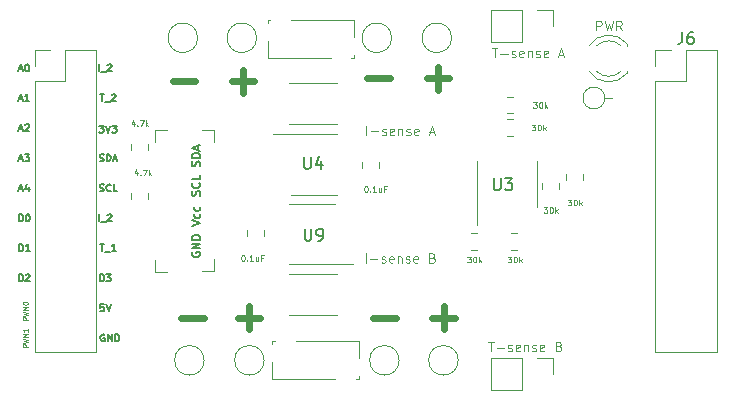
<source format=gbr>
%TF.GenerationSoftware,KiCad,Pcbnew,(5.1.6)-1*%
%TF.CreationDate,2020-06-16T01:11:06+01:00*%
%TF.ProjectId,peltier_driver_pcb,70656c74-6965-4725-9f64-72697665725f,rev?*%
%TF.SameCoordinates,Original*%
%TF.FileFunction,Legend,Top*%
%TF.FilePolarity,Positive*%
%FSLAX46Y46*%
G04 Gerber Fmt 4.6, Leading zero omitted, Abs format (unit mm)*
G04 Created by KiCad (PCBNEW (5.1.6)-1) date 2020-06-16 01:11:06*
%MOMM*%
%LPD*%
G01*
G04 APERTURE LIST*
%ADD10C,0.100000*%
%ADD11C,0.150000*%
%ADD12C,0.125000*%
%ADD13C,0.600000*%
%ADD14C,0.120000*%
G04 APERTURE END LIST*
D10*
X108037952Y-82418380D02*
X107637952Y-82418380D01*
X107637952Y-82266000D01*
X107657000Y-82227904D01*
X107676047Y-82208857D01*
X107714142Y-82189809D01*
X107771285Y-82189809D01*
X107809380Y-82208857D01*
X107828428Y-82227904D01*
X107847476Y-82266000D01*
X107847476Y-82418380D01*
X107637952Y-82056476D02*
X108037952Y-81961238D01*
X107752238Y-81885047D01*
X108037952Y-81808857D01*
X107637952Y-81713619D01*
X108037952Y-81561238D02*
X107637952Y-81561238D01*
X107923666Y-81427904D01*
X107637952Y-81294571D01*
X108037952Y-81294571D01*
X108037952Y-80894571D02*
X108037952Y-81123142D01*
X108037952Y-81008857D02*
X107637952Y-81008857D01*
X107695095Y-81046952D01*
X107733190Y-81085047D01*
X107752238Y-81123142D01*
D11*
X107287142Y-71777428D02*
X107287142Y-71177428D01*
X107430000Y-71177428D01*
X107515714Y-71206000D01*
X107572857Y-71263142D01*
X107601428Y-71320285D01*
X107630000Y-71434571D01*
X107630000Y-71520285D01*
X107601428Y-71634571D01*
X107572857Y-71691714D01*
X107515714Y-71748857D01*
X107430000Y-71777428D01*
X107287142Y-71777428D01*
X108001428Y-71177428D02*
X108058571Y-71177428D01*
X108115714Y-71206000D01*
X108144285Y-71234571D01*
X108172857Y-71291714D01*
X108201428Y-71406000D01*
X108201428Y-71548857D01*
X108172857Y-71663142D01*
X108144285Y-71720285D01*
X108115714Y-71748857D01*
X108058571Y-71777428D01*
X108001428Y-71777428D01*
X107944285Y-71748857D01*
X107915714Y-71720285D01*
X107887142Y-71663142D01*
X107858571Y-71548857D01*
X107858571Y-71406000D01*
X107887142Y-71291714D01*
X107915714Y-71234571D01*
X107944285Y-71206000D01*
X108001428Y-71177428D01*
X107287142Y-74317428D02*
X107287142Y-73717428D01*
X107430000Y-73717428D01*
X107515714Y-73746000D01*
X107572857Y-73803142D01*
X107601428Y-73860285D01*
X107630000Y-73974571D01*
X107630000Y-74060285D01*
X107601428Y-74174571D01*
X107572857Y-74231714D01*
X107515714Y-74288857D01*
X107430000Y-74317428D01*
X107287142Y-74317428D01*
X108201428Y-74317428D02*
X107858571Y-74317428D01*
X108030000Y-74317428D02*
X108030000Y-73717428D01*
X107972857Y-73803142D01*
X107915714Y-73860285D01*
X107858571Y-73888857D01*
X107287142Y-76857428D02*
X107287142Y-76257428D01*
X107430000Y-76257428D01*
X107515714Y-76286000D01*
X107572857Y-76343142D01*
X107601428Y-76400285D01*
X107630000Y-76514571D01*
X107630000Y-76600285D01*
X107601428Y-76714571D01*
X107572857Y-76771714D01*
X107515714Y-76828857D01*
X107430000Y-76857428D01*
X107287142Y-76857428D01*
X107858571Y-76314571D02*
X107887142Y-76286000D01*
X107944285Y-76257428D01*
X108087142Y-76257428D01*
X108144285Y-76286000D01*
X108172857Y-76314571D01*
X108201428Y-76371714D01*
X108201428Y-76428857D01*
X108172857Y-76514571D01*
X107830000Y-76857428D01*
X108201428Y-76857428D01*
X114145142Y-76857428D02*
X114145142Y-76257428D01*
X114288000Y-76257428D01*
X114373714Y-76286000D01*
X114430857Y-76343142D01*
X114459428Y-76400285D01*
X114488000Y-76514571D01*
X114488000Y-76600285D01*
X114459428Y-76714571D01*
X114430857Y-76771714D01*
X114373714Y-76828857D01*
X114288000Y-76857428D01*
X114145142Y-76857428D01*
X114688000Y-76257428D02*
X115059428Y-76257428D01*
X114859428Y-76486000D01*
X114945142Y-76486000D01*
X115002285Y-76514571D01*
X115030857Y-76543142D01*
X115059428Y-76600285D01*
X115059428Y-76743142D01*
X115030857Y-76800285D01*
X115002285Y-76828857D01*
X114945142Y-76857428D01*
X114773714Y-76857428D01*
X114716571Y-76828857D01*
X114688000Y-76800285D01*
X107301428Y-58906000D02*
X107587142Y-58906000D01*
X107244285Y-59077428D02*
X107444285Y-58477428D01*
X107644285Y-59077428D01*
X107958571Y-58477428D02*
X108015714Y-58477428D01*
X108072857Y-58506000D01*
X108101428Y-58534571D01*
X108130000Y-58591714D01*
X108158571Y-58706000D01*
X108158571Y-58848857D01*
X108130000Y-58963142D01*
X108101428Y-59020285D01*
X108072857Y-59048857D01*
X108015714Y-59077428D01*
X107958571Y-59077428D01*
X107901428Y-59048857D01*
X107872857Y-59020285D01*
X107844285Y-58963142D01*
X107815714Y-58848857D01*
X107815714Y-58706000D01*
X107844285Y-58591714D01*
X107872857Y-58534571D01*
X107901428Y-58506000D01*
X107958571Y-58477428D01*
X107301428Y-61446000D02*
X107587142Y-61446000D01*
X107244285Y-61617428D02*
X107444285Y-61017428D01*
X107644285Y-61617428D01*
X108158571Y-61617428D02*
X107815714Y-61617428D01*
X107987142Y-61617428D02*
X107987142Y-61017428D01*
X107930000Y-61103142D01*
X107872857Y-61160285D01*
X107815714Y-61188857D01*
X107301428Y-63986000D02*
X107587142Y-63986000D01*
X107244285Y-64157428D02*
X107444285Y-63557428D01*
X107644285Y-64157428D01*
X107815714Y-63614571D02*
X107844285Y-63586000D01*
X107901428Y-63557428D01*
X108044285Y-63557428D01*
X108101428Y-63586000D01*
X108130000Y-63614571D01*
X108158571Y-63671714D01*
X108158571Y-63728857D01*
X108130000Y-63814571D01*
X107787142Y-64157428D01*
X108158571Y-64157428D01*
X107301428Y-66526000D02*
X107587142Y-66526000D01*
X107244285Y-66697428D02*
X107444285Y-66097428D01*
X107644285Y-66697428D01*
X107787142Y-66097428D02*
X108158571Y-66097428D01*
X107958571Y-66326000D01*
X108044285Y-66326000D01*
X108101428Y-66354571D01*
X108130000Y-66383142D01*
X108158571Y-66440285D01*
X108158571Y-66583142D01*
X108130000Y-66640285D01*
X108101428Y-66668857D01*
X108044285Y-66697428D01*
X107872857Y-66697428D01*
X107815714Y-66668857D01*
X107787142Y-66640285D01*
D10*
X108037952Y-80132380D02*
X107637952Y-80132380D01*
X107637952Y-79980000D01*
X107657000Y-79941904D01*
X107676047Y-79922857D01*
X107714142Y-79903809D01*
X107771285Y-79903809D01*
X107809380Y-79922857D01*
X107828428Y-79941904D01*
X107847476Y-79980000D01*
X107847476Y-80132380D01*
X107637952Y-79770476D02*
X108037952Y-79675238D01*
X107752238Y-79599047D01*
X108037952Y-79522857D01*
X107637952Y-79427619D01*
X108037952Y-79275238D02*
X107637952Y-79275238D01*
X107923666Y-79141904D01*
X107637952Y-79008571D01*
X108037952Y-79008571D01*
X107637952Y-78741904D02*
X107637952Y-78703809D01*
X107657000Y-78665714D01*
X107676047Y-78646666D01*
X107714142Y-78627619D01*
X107790333Y-78608571D01*
X107885571Y-78608571D01*
X107961761Y-78627619D01*
X107999857Y-78646666D01*
X108018904Y-78665714D01*
X108037952Y-78703809D01*
X108037952Y-78741904D01*
X108018904Y-78780000D01*
X107999857Y-78799047D01*
X107961761Y-78818095D01*
X107885571Y-78837142D01*
X107790333Y-78837142D01*
X107714142Y-78818095D01*
X107676047Y-78799047D01*
X107657000Y-78780000D01*
X107637952Y-78741904D01*
D11*
X114511857Y-81366000D02*
X114454714Y-81337428D01*
X114369000Y-81337428D01*
X114283285Y-81366000D01*
X114226142Y-81423142D01*
X114197571Y-81480285D01*
X114169000Y-81594571D01*
X114169000Y-81680285D01*
X114197571Y-81794571D01*
X114226142Y-81851714D01*
X114283285Y-81908857D01*
X114369000Y-81937428D01*
X114426142Y-81937428D01*
X114511857Y-81908857D01*
X114540428Y-81880285D01*
X114540428Y-81680285D01*
X114426142Y-81680285D01*
X114797571Y-81937428D02*
X114797571Y-81337428D01*
X115140428Y-81937428D01*
X115140428Y-81337428D01*
X115426142Y-81937428D02*
X115426142Y-81337428D01*
X115569000Y-81337428D01*
X115654714Y-81366000D01*
X115711857Y-81423142D01*
X115740428Y-81480285D01*
X115769000Y-81594571D01*
X115769000Y-81680285D01*
X115740428Y-81794571D01*
X115711857Y-81851714D01*
X115654714Y-81908857D01*
X115569000Y-81937428D01*
X115426142Y-81937428D01*
X114473714Y-78797428D02*
X114188000Y-78797428D01*
X114159428Y-79083142D01*
X114188000Y-79054571D01*
X114245142Y-79026000D01*
X114388000Y-79026000D01*
X114445142Y-79054571D01*
X114473714Y-79083142D01*
X114502285Y-79140285D01*
X114502285Y-79283142D01*
X114473714Y-79340285D01*
X114445142Y-79368857D01*
X114388000Y-79397428D01*
X114245142Y-79397428D01*
X114188000Y-79368857D01*
X114159428Y-79340285D01*
X114673714Y-78797428D02*
X114873714Y-79397428D01*
X115073714Y-78797428D01*
X107301428Y-69066000D02*
X107587142Y-69066000D01*
X107244285Y-69237428D02*
X107444285Y-68637428D01*
X107644285Y-69237428D01*
X108101428Y-68837428D02*
X108101428Y-69237428D01*
X107958571Y-68608857D02*
X107815714Y-69037428D01*
X108187142Y-69037428D01*
X114156285Y-73717428D02*
X114499142Y-73717428D01*
X114327714Y-74317428D02*
X114327714Y-73717428D01*
X114556285Y-74374571D02*
X115013428Y-74374571D01*
X115470571Y-74317428D02*
X115127714Y-74317428D01*
X115299142Y-74317428D02*
X115299142Y-73717428D01*
X115242000Y-73803142D01*
X115184857Y-73860285D01*
X115127714Y-73888857D01*
X114073714Y-71777428D02*
X114073714Y-71177428D01*
X114216571Y-71834571D02*
X114673714Y-71834571D01*
X114788000Y-71234571D02*
X114816571Y-71206000D01*
X114873714Y-71177428D01*
X115016571Y-71177428D01*
X115073714Y-71206000D01*
X115102285Y-71234571D01*
X115130857Y-71291714D01*
X115130857Y-71348857D01*
X115102285Y-71434571D01*
X114759428Y-71777428D01*
X115130857Y-71777428D01*
X114127714Y-69208857D02*
X114213428Y-69237428D01*
X114356285Y-69237428D01*
X114413428Y-69208857D01*
X114442000Y-69180285D01*
X114470571Y-69123142D01*
X114470571Y-69066000D01*
X114442000Y-69008857D01*
X114413428Y-68980285D01*
X114356285Y-68951714D01*
X114242000Y-68923142D01*
X114184857Y-68894571D01*
X114156285Y-68866000D01*
X114127714Y-68808857D01*
X114127714Y-68751714D01*
X114156285Y-68694571D01*
X114184857Y-68666000D01*
X114242000Y-68637428D01*
X114384857Y-68637428D01*
X114470571Y-68666000D01*
X115070571Y-69180285D02*
X115042000Y-69208857D01*
X114956285Y-69237428D01*
X114899142Y-69237428D01*
X114813428Y-69208857D01*
X114756285Y-69151714D01*
X114727714Y-69094571D01*
X114699142Y-68980285D01*
X114699142Y-68894571D01*
X114727714Y-68780285D01*
X114756285Y-68723142D01*
X114813428Y-68666000D01*
X114899142Y-68637428D01*
X114956285Y-68637428D01*
X115042000Y-68666000D01*
X115070571Y-68694571D01*
X115613428Y-69237428D02*
X115327714Y-69237428D01*
X115327714Y-68637428D01*
X114113428Y-66668857D02*
X114199142Y-66697428D01*
X114342000Y-66697428D01*
X114399142Y-66668857D01*
X114427714Y-66640285D01*
X114456285Y-66583142D01*
X114456285Y-66526000D01*
X114427714Y-66468857D01*
X114399142Y-66440285D01*
X114342000Y-66411714D01*
X114227714Y-66383142D01*
X114170571Y-66354571D01*
X114142000Y-66326000D01*
X114113428Y-66268857D01*
X114113428Y-66211714D01*
X114142000Y-66154571D01*
X114170571Y-66126000D01*
X114227714Y-66097428D01*
X114370571Y-66097428D01*
X114456285Y-66126000D01*
X114713428Y-66697428D02*
X114713428Y-66097428D01*
X114856285Y-66097428D01*
X114942000Y-66126000D01*
X114999142Y-66183142D01*
X115027714Y-66240285D01*
X115056285Y-66354571D01*
X115056285Y-66440285D01*
X115027714Y-66554571D01*
X114999142Y-66611714D01*
X114942000Y-66668857D01*
X114856285Y-66697428D01*
X114713428Y-66697428D01*
X115284857Y-66526000D02*
X115570571Y-66526000D01*
X115227714Y-66697428D02*
X115427714Y-66097428D01*
X115627714Y-66697428D01*
X114099142Y-63684428D02*
X114470571Y-63684428D01*
X114270571Y-63913000D01*
X114356285Y-63913000D01*
X114413428Y-63941571D01*
X114442000Y-63970142D01*
X114470571Y-64027285D01*
X114470571Y-64170142D01*
X114442000Y-64227285D01*
X114413428Y-64255857D01*
X114356285Y-64284428D01*
X114184857Y-64284428D01*
X114127714Y-64255857D01*
X114099142Y-64227285D01*
X114642000Y-63684428D02*
X114842000Y-64284428D01*
X115042000Y-63684428D01*
X115184857Y-63684428D02*
X115556285Y-63684428D01*
X115356285Y-63913000D01*
X115442000Y-63913000D01*
X115499142Y-63941571D01*
X115527714Y-63970142D01*
X115556285Y-64027285D01*
X115556285Y-64170142D01*
X115527714Y-64227285D01*
X115499142Y-64255857D01*
X115442000Y-64284428D01*
X115270571Y-64284428D01*
X115213428Y-64255857D01*
X115184857Y-64227285D01*
X114156285Y-61017428D02*
X114499142Y-61017428D01*
X114327714Y-61617428D02*
X114327714Y-61017428D01*
X114556285Y-61674571D02*
X115013428Y-61674571D01*
X115127714Y-61074571D02*
X115156285Y-61046000D01*
X115213428Y-61017428D01*
X115356285Y-61017428D01*
X115413428Y-61046000D01*
X115442000Y-61074571D01*
X115470571Y-61131714D01*
X115470571Y-61188857D01*
X115442000Y-61274571D01*
X115099142Y-61617428D01*
X115470571Y-61617428D01*
D10*
X156169333Y-55611904D02*
X156169333Y-54811904D01*
X156474095Y-54811904D01*
X156550285Y-54850000D01*
X156588380Y-54888095D01*
X156626476Y-54964285D01*
X156626476Y-55078571D01*
X156588380Y-55154761D01*
X156550285Y-55192857D01*
X156474095Y-55230952D01*
X156169333Y-55230952D01*
X156893142Y-54811904D02*
X157083619Y-55611904D01*
X157236000Y-55040476D01*
X157388380Y-55611904D01*
X157578857Y-54811904D01*
X158340761Y-55611904D02*
X158074095Y-55230952D01*
X157883619Y-55611904D02*
X157883619Y-54811904D01*
X158188380Y-54811904D01*
X158264571Y-54850000D01*
X158302666Y-54888095D01*
X158340761Y-54964285D01*
X158340761Y-55078571D01*
X158302666Y-55154761D01*
X158264571Y-55192857D01*
X158188380Y-55230952D01*
X157883619Y-55230952D01*
D11*
X114073714Y-59077428D02*
X114073714Y-58477428D01*
X114216571Y-59134571D02*
X114673714Y-59134571D01*
X114788000Y-58534571D02*
X114816571Y-58506000D01*
X114873714Y-58477428D01*
X115016571Y-58477428D01*
X115073714Y-58506000D01*
X115102285Y-58534571D01*
X115130857Y-58591714D01*
X115130857Y-58648857D01*
X115102285Y-58734571D01*
X114759428Y-59077428D01*
X115130857Y-59077428D01*
D12*
X150829857Y-61685190D02*
X151139380Y-61685190D01*
X150972714Y-61875666D01*
X151044142Y-61875666D01*
X151091761Y-61899476D01*
X151115571Y-61923285D01*
X151139380Y-61970904D01*
X151139380Y-62089952D01*
X151115571Y-62137571D01*
X151091761Y-62161380D01*
X151044142Y-62185190D01*
X150901285Y-62185190D01*
X150853666Y-62161380D01*
X150829857Y-62137571D01*
X151448904Y-61685190D02*
X151496523Y-61685190D01*
X151544142Y-61709000D01*
X151567952Y-61732809D01*
X151591761Y-61780428D01*
X151615571Y-61875666D01*
X151615571Y-61994714D01*
X151591761Y-62089952D01*
X151567952Y-62137571D01*
X151544142Y-62161380D01*
X151496523Y-62185190D01*
X151448904Y-62185190D01*
X151401285Y-62161380D01*
X151377476Y-62137571D01*
X151353666Y-62089952D01*
X151329857Y-61994714D01*
X151329857Y-61875666D01*
X151353666Y-61780428D01*
X151377476Y-61732809D01*
X151401285Y-61709000D01*
X151448904Y-61685190D01*
X151829857Y-62185190D02*
X151829857Y-61685190D01*
X151877476Y-61994714D02*
X152020333Y-62185190D01*
X152020333Y-61851857D02*
X151829857Y-62042333D01*
X150702857Y-63590190D02*
X151012380Y-63590190D01*
X150845714Y-63780666D01*
X150917142Y-63780666D01*
X150964761Y-63804476D01*
X150988571Y-63828285D01*
X151012380Y-63875904D01*
X151012380Y-63994952D01*
X150988571Y-64042571D01*
X150964761Y-64066380D01*
X150917142Y-64090190D01*
X150774285Y-64090190D01*
X150726666Y-64066380D01*
X150702857Y-64042571D01*
X151321904Y-63590190D02*
X151369523Y-63590190D01*
X151417142Y-63614000D01*
X151440952Y-63637809D01*
X151464761Y-63685428D01*
X151488571Y-63780666D01*
X151488571Y-63899714D01*
X151464761Y-63994952D01*
X151440952Y-64042571D01*
X151417142Y-64066380D01*
X151369523Y-64090190D01*
X151321904Y-64090190D01*
X151274285Y-64066380D01*
X151250476Y-64042571D01*
X151226666Y-63994952D01*
X151202857Y-63899714D01*
X151202857Y-63780666D01*
X151226666Y-63685428D01*
X151250476Y-63637809D01*
X151274285Y-63614000D01*
X151321904Y-63590190D01*
X151702857Y-64090190D02*
X151702857Y-63590190D01*
X151750476Y-63899714D02*
X151893333Y-64090190D01*
X151893333Y-63756857D02*
X151702857Y-63947333D01*
X151718857Y-70575190D02*
X152028380Y-70575190D01*
X151861714Y-70765666D01*
X151933142Y-70765666D01*
X151980761Y-70789476D01*
X152004571Y-70813285D01*
X152028380Y-70860904D01*
X152028380Y-70979952D01*
X152004571Y-71027571D01*
X151980761Y-71051380D01*
X151933142Y-71075190D01*
X151790285Y-71075190D01*
X151742666Y-71051380D01*
X151718857Y-71027571D01*
X152337904Y-70575190D02*
X152385523Y-70575190D01*
X152433142Y-70599000D01*
X152456952Y-70622809D01*
X152480761Y-70670428D01*
X152504571Y-70765666D01*
X152504571Y-70884714D01*
X152480761Y-70979952D01*
X152456952Y-71027571D01*
X152433142Y-71051380D01*
X152385523Y-71075190D01*
X152337904Y-71075190D01*
X152290285Y-71051380D01*
X152266476Y-71027571D01*
X152242666Y-70979952D01*
X152218857Y-70884714D01*
X152218857Y-70765666D01*
X152242666Y-70670428D01*
X152266476Y-70622809D01*
X152290285Y-70599000D01*
X152337904Y-70575190D01*
X152718857Y-71075190D02*
X152718857Y-70575190D01*
X152766476Y-70884714D02*
X152909333Y-71075190D01*
X152909333Y-70741857D02*
X152718857Y-70932333D01*
X153750857Y-69940190D02*
X154060380Y-69940190D01*
X153893714Y-70130666D01*
X153965142Y-70130666D01*
X154012761Y-70154476D01*
X154036571Y-70178285D01*
X154060380Y-70225904D01*
X154060380Y-70344952D01*
X154036571Y-70392571D01*
X154012761Y-70416380D01*
X153965142Y-70440190D01*
X153822285Y-70440190D01*
X153774666Y-70416380D01*
X153750857Y-70392571D01*
X154369904Y-69940190D02*
X154417523Y-69940190D01*
X154465142Y-69964000D01*
X154488952Y-69987809D01*
X154512761Y-70035428D01*
X154536571Y-70130666D01*
X154536571Y-70249714D01*
X154512761Y-70344952D01*
X154488952Y-70392571D01*
X154465142Y-70416380D01*
X154417523Y-70440190D01*
X154369904Y-70440190D01*
X154322285Y-70416380D01*
X154298476Y-70392571D01*
X154274666Y-70344952D01*
X154250857Y-70249714D01*
X154250857Y-70130666D01*
X154274666Y-70035428D01*
X154298476Y-69987809D01*
X154322285Y-69964000D01*
X154369904Y-69940190D01*
X154750857Y-70440190D02*
X154750857Y-69940190D01*
X154798476Y-70249714D02*
X154941333Y-70440190D01*
X154941333Y-70106857D02*
X154750857Y-70297333D01*
X148670857Y-74766190D02*
X148980380Y-74766190D01*
X148813714Y-74956666D01*
X148885142Y-74956666D01*
X148932761Y-74980476D01*
X148956571Y-75004285D01*
X148980380Y-75051904D01*
X148980380Y-75170952D01*
X148956571Y-75218571D01*
X148932761Y-75242380D01*
X148885142Y-75266190D01*
X148742285Y-75266190D01*
X148694666Y-75242380D01*
X148670857Y-75218571D01*
X149289904Y-74766190D02*
X149337523Y-74766190D01*
X149385142Y-74790000D01*
X149408952Y-74813809D01*
X149432761Y-74861428D01*
X149456571Y-74956666D01*
X149456571Y-75075714D01*
X149432761Y-75170952D01*
X149408952Y-75218571D01*
X149385142Y-75242380D01*
X149337523Y-75266190D01*
X149289904Y-75266190D01*
X149242285Y-75242380D01*
X149218476Y-75218571D01*
X149194666Y-75170952D01*
X149170857Y-75075714D01*
X149170857Y-74956666D01*
X149194666Y-74861428D01*
X149218476Y-74813809D01*
X149242285Y-74790000D01*
X149289904Y-74766190D01*
X149670857Y-75266190D02*
X149670857Y-74766190D01*
X149718476Y-75075714D02*
X149861333Y-75266190D01*
X149861333Y-74932857D02*
X149670857Y-75123333D01*
X145241857Y-74766190D02*
X145551380Y-74766190D01*
X145384714Y-74956666D01*
X145456142Y-74956666D01*
X145503761Y-74980476D01*
X145527571Y-75004285D01*
X145551380Y-75051904D01*
X145551380Y-75170952D01*
X145527571Y-75218571D01*
X145503761Y-75242380D01*
X145456142Y-75266190D01*
X145313285Y-75266190D01*
X145265666Y-75242380D01*
X145241857Y-75218571D01*
X145860904Y-74766190D02*
X145908523Y-74766190D01*
X145956142Y-74790000D01*
X145979952Y-74813809D01*
X146003761Y-74861428D01*
X146027571Y-74956666D01*
X146027571Y-75075714D01*
X146003761Y-75170952D01*
X145979952Y-75218571D01*
X145956142Y-75242380D01*
X145908523Y-75266190D01*
X145860904Y-75266190D01*
X145813285Y-75242380D01*
X145789476Y-75218571D01*
X145765666Y-75170952D01*
X145741857Y-75075714D01*
X145741857Y-74956666D01*
X145765666Y-74861428D01*
X145789476Y-74813809D01*
X145813285Y-74790000D01*
X145860904Y-74766190D01*
X146241857Y-75266190D02*
X146241857Y-74766190D01*
X146289476Y-75075714D02*
X146432333Y-75266190D01*
X146432333Y-74932857D02*
X146241857Y-75123333D01*
X126231571Y-74639190D02*
X126279190Y-74639190D01*
X126326809Y-74663000D01*
X126350619Y-74686809D01*
X126374428Y-74734428D01*
X126398238Y-74829666D01*
X126398238Y-74948714D01*
X126374428Y-75043952D01*
X126350619Y-75091571D01*
X126326809Y-75115380D01*
X126279190Y-75139190D01*
X126231571Y-75139190D01*
X126183952Y-75115380D01*
X126160142Y-75091571D01*
X126136333Y-75043952D01*
X126112523Y-74948714D01*
X126112523Y-74829666D01*
X126136333Y-74734428D01*
X126160142Y-74686809D01*
X126183952Y-74663000D01*
X126231571Y-74639190D01*
X126612523Y-75091571D02*
X126636333Y-75115380D01*
X126612523Y-75139190D01*
X126588714Y-75115380D01*
X126612523Y-75091571D01*
X126612523Y-75139190D01*
X127112523Y-75139190D02*
X126826809Y-75139190D01*
X126969666Y-75139190D02*
X126969666Y-74639190D01*
X126922047Y-74710619D01*
X126874428Y-74758238D01*
X126826809Y-74782047D01*
X127541095Y-74805857D02*
X127541095Y-75139190D01*
X127326809Y-74805857D02*
X127326809Y-75067761D01*
X127350619Y-75115380D01*
X127398238Y-75139190D01*
X127469666Y-75139190D01*
X127517285Y-75115380D01*
X127541095Y-75091571D01*
X127945857Y-74877285D02*
X127779190Y-74877285D01*
X127779190Y-75139190D02*
X127779190Y-74639190D01*
X128017285Y-74639190D01*
X136645571Y-68797190D02*
X136693190Y-68797190D01*
X136740809Y-68821000D01*
X136764619Y-68844809D01*
X136788428Y-68892428D01*
X136812238Y-68987666D01*
X136812238Y-69106714D01*
X136788428Y-69201952D01*
X136764619Y-69249571D01*
X136740809Y-69273380D01*
X136693190Y-69297190D01*
X136645571Y-69297190D01*
X136597952Y-69273380D01*
X136574142Y-69249571D01*
X136550333Y-69201952D01*
X136526523Y-69106714D01*
X136526523Y-68987666D01*
X136550333Y-68892428D01*
X136574142Y-68844809D01*
X136597952Y-68821000D01*
X136645571Y-68797190D01*
X137026523Y-69249571D02*
X137050333Y-69273380D01*
X137026523Y-69297190D01*
X137002714Y-69273380D01*
X137026523Y-69249571D01*
X137026523Y-69297190D01*
X137526523Y-69297190D02*
X137240809Y-69297190D01*
X137383666Y-69297190D02*
X137383666Y-68797190D01*
X137336047Y-68868619D01*
X137288428Y-68916238D01*
X137240809Y-68940047D01*
X137955095Y-68963857D02*
X137955095Y-69297190D01*
X137740809Y-68963857D02*
X137740809Y-69225761D01*
X137764619Y-69273380D01*
X137812238Y-69297190D01*
X137883666Y-69297190D01*
X137931285Y-69273380D01*
X137955095Y-69249571D01*
X138359857Y-69035285D02*
X138193190Y-69035285D01*
X138193190Y-69297190D02*
X138193190Y-68797190D01*
X138431285Y-68797190D01*
X117063714Y-63375857D02*
X117063714Y-63709190D01*
X116944666Y-63185380D02*
X116825619Y-63542523D01*
X117135142Y-63542523D01*
X117325619Y-63661571D02*
X117349428Y-63685380D01*
X117325619Y-63709190D01*
X117301809Y-63685380D01*
X117325619Y-63661571D01*
X117325619Y-63709190D01*
X117516095Y-63209190D02*
X117849428Y-63209190D01*
X117635142Y-63709190D01*
X118039904Y-63709190D02*
X118039904Y-63209190D01*
X118087523Y-63518714D02*
X118230380Y-63709190D01*
X118230380Y-63375857D02*
X118039904Y-63566333D01*
X117317714Y-67566857D02*
X117317714Y-67900190D01*
X117198666Y-67376380D02*
X117079619Y-67733523D01*
X117389142Y-67733523D01*
X117579619Y-67852571D02*
X117603428Y-67876380D01*
X117579619Y-67900190D01*
X117555809Y-67876380D01*
X117579619Y-67852571D01*
X117579619Y-67900190D01*
X117770095Y-67400190D02*
X118103428Y-67400190D01*
X117889142Y-67900190D01*
X118293904Y-67900190D02*
X118293904Y-67400190D01*
X118341523Y-67709714D02*
X118484380Y-67900190D01*
X118484380Y-67566857D02*
X118293904Y-67757333D01*
D10*
X136711704Y-64479904D02*
X136711704Y-63679904D01*
X137092657Y-64175142D02*
X137702180Y-64175142D01*
X138045038Y-64441809D02*
X138121228Y-64479904D01*
X138273609Y-64479904D01*
X138349800Y-64441809D01*
X138387895Y-64365619D01*
X138387895Y-64327523D01*
X138349800Y-64251333D01*
X138273609Y-64213238D01*
X138159323Y-64213238D01*
X138083133Y-64175142D01*
X138045038Y-64098952D01*
X138045038Y-64060857D01*
X138083133Y-63984666D01*
X138159323Y-63946571D01*
X138273609Y-63946571D01*
X138349800Y-63984666D01*
X139035514Y-64441809D02*
X138959323Y-64479904D01*
X138806942Y-64479904D01*
X138730752Y-64441809D01*
X138692657Y-64365619D01*
X138692657Y-64060857D01*
X138730752Y-63984666D01*
X138806942Y-63946571D01*
X138959323Y-63946571D01*
X139035514Y-63984666D01*
X139073609Y-64060857D01*
X139073609Y-64137047D01*
X138692657Y-64213238D01*
X139416466Y-63946571D02*
X139416466Y-64479904D01*
X139416466Y-64022761D02*
X139454561Y-63984666D01*
X139530752Y-63946571D01*
X139645038Y-63946571D01*
X139721228Y-63984666D01*
X139759323Y-64060857D01*
X139759323Y-64479904D01*
X140102180Y-64441809D02*
X140178371Y-64479904D01*
X140330752Y-64479904D01*
X140406942Y-64441809D01*
X140445038Y-64365619D01*
X140445038Y-64327523D01*
X140406942Y-64251333D01*
X140330752Y-64213238D01*
X140216466Y-64213238D01*
X140140276Y-64175142D01*
X140102180Y-64098952D01*
X140102180Y-64060857D01*
X140140276Y-63984666D01*
X140216466Y-63946571D01*
X140330752Y-63946571D01*
X140406942Y-63984666D01*
X141092657Y-64441809D02*
X141016466Y-64479904D01*
X140864085Y-64479904D01*
X140787895Y-64441809D01*
X140749800Y-64365619D01*
X140749800Y-64060857D01*
X140787895Y-63984666D01*
X140864085Y-63946571D01*
X141016466Y-63946571D01*
X141092657Y-63984666D01*
X141130752Y-64060857D01*
X141130752Y-64137047D01*
X140749800Y-64213238D01*
X142045038Y-64251333D02*
X142425990Y-64251333D01*
X141968847Y-64479904D02*
X142235514Y-63679904D01*
X142502180Y-64479904D01*
X136654561Y-75274904D02*
X136654561Y-74474904D01*
X137035514Y-74970142D02*
X137645038Y-74970142D01*
X137987895Y-75236809D02*
X138064085Y-75274904D01*
X138216466Y-75274904D01*
X138292657Y-75236809D01*
X138330752Y-75160619D01*
X138330752Y-75122523D01*
X138292657Y-75046333D01*
X138216466Y-75008238D01*
X138102180Y-75008238D01*
X138025990Y-74970142D01*
X137987895Y-74893952D01*
X137987895Y-74855857D01*
X138025990Y-74779666D01*
X138102180Y-74741571D01*
X138216466Y-74741571D01*
X138292657Y-74779666D01*
X138978371Y-75236809D02*
X138902180Y-75274904D01*
X138749800Y-75274904D01*
X138673609Y-75236809D01*
X138635514Y-75160619D01*
X138635514Y-74855857D01*
X138673609Y-74779666D01*
X138749800Y-74741571D01*
X138902180Y-74741571D01*
X138978371Y-74779666D01*
X139016466Y-74855857D01*
X139016466Y-74932047D01*
X138635514Y-75008238D01*
X139359323Y-74741571D02*
X139359323Y-75274904D01*
X139359323Y-74817761D02*
X139397419Y-74779666D01*
X139473609Y-74741571D01*
X139587895Y-74741571D01*
X139664085Y-74779666D01*
X139702180Y-74855857D01*
X139702180Y-75274904D01*
X140045038Y-75236809D02*
X140121228Y-75274904D01*
X140273609Y-75274904D01*
X140349800Y-75236809D01*
X140387895Y-75160619D01*
X140387895Y-75122523D01*
X140349800Y-75046333D01*
X140273609Y-75008238D01*
X140159323Y-75008238D01*
X140083133Y-74970142D01*
X140045038Y-74893952D01*
X140045038Y-74855857D01*
X140083133Y-74779666D01*
X140159323Y-74741571D01*
X140273609Y-74741571D01*
X140349800Y-74779666D01*
X141035514Y-75236809D02*
X140959323Y-75274904D01*
X140806942Y-75274904D01*
X140730752Y-75236809D01*
X140692657Y-75160619D01*
X140692657Y-74855857D01*
X140730752Y-74779666D01*
X140806942Y-74741571D01*
X140959323Y-74741571D01*
X141035514Y-74779666D01*
X141073609Y-74855857D01*
X141073609Y-74932047D01*
X140692657Y-75008238D01*
X142292657Y-74855857D02*
X142406942Y-74893952D01*
X142445038Y-74932047D01*
X142483133Y-75008238D01*
X142483133Y-75122523D01*
X142445038Y-75198714D01*
X142406942Y-75236809D01*
X142330752Y-75274904D01*
X142025990Y-75274904D01*
X142025990Y-74474904D01*
X142292657Y-74474904D01*
X142368847Y-74513000D01*
X142406942Y-74551095D01*
X142445038Y-74627285D01*
X142445038Y-74703476D01*
X142406942Y-74779666D01*
X142368847Y-74817761D01*
X142292657Y-74855857D01*
X142025990Y-74855857D01*
D13*
X120297619Y-59928571D02*
X122202380Y-59928571D01*
X141797619Y-59678571D02*
X143702380Y-59678571D01*
X142750000Y-60630952D02*
X142750000Y-58726190D01*
X125297619Y-59928571D02*
X127202380Y-59928571D01*
X126250000Y-60880952D02*
X126250000Y-58976190D01*
X136797619Y-59678571D02*
X138702380Y-59678571D01*
X121047619Y-79928571D02*
X122952380Y-79928571D01*
X137297619Y-79928571D02*
X139202380Y-79928571D01*
X125797619Y-79928571D02*
X127702380Y-79928571D01*
X126750000Y-80880952D02*
X126750000Y-78976190D01*
X142297619Y-79928571D02*
X144202380Y-79928571D01*
X143250000Y-80880952D02*
X143250000Y-78976190D01*
D10*
X147024190Y-81989904D02*
X147481333Y-81989904D01*
X147252761Y-82789904D02*
X147252761Y-81989904D01*
X147748000Y-82485142D02*
X148357523Y-82485142D01*
X148700380Y-82751809D02*
X148776571Y-82789904D01*
X148928952Y-82789904D01*
X149005142Y-82751809D01*
X149043238Y-82675619D01*
X149043238Y-82637523D01*
X149005142Y-82561333D01*
X148928952Y-82523238D01*
X148814666Y-82523238D01*
X148738476Y-82485142D01*
X148700380Y-82408952D01*
X148700380Y-82370857D01*
X148738476Y-82294666D01*
X148814666Y-82256571D01*
X148928952Y-82256571D01*
X149005142Y-82294666D01*
X149690857Y-82751809D02*
X149614666Y-82789904D01*
X149462285Y-82789904D01*
X149386095Y-82751809D01*
X149348000Y-82675619D01*
X149348000Y-82370857D01*
X149386095Y-82294666D01*
X149462285Y-82256571D01*
X149614666Y-82256571D01*
X149690857Y-82294666D01*
X149728952Y-82370857D01*
X149728952Y-82447047D01*
X149348000Y-82523238D01*
X150071809Y-82256571D02*
X150071809Y-82789904D01*
X150071809Y-82332761D02*
X150109904Y-82294666D01*
X150186095Y-82256571D01*
X150300380Y-82256571D01*
X150376571Y-82294666D01*
X150414666Y-82370857D01*
X150414666Y-82789904D01*
X150757523Y-82751809D02*
X150833714Y-82789904D01*
X150986095Y-82789904D01*
X151062285Y-82751809D01*
X151100380Y-82675619D01*
X151100380Y-82637523D01*
X151062285Y-82561333D01*
X150986095Y-82523238D01*
X150871809Y-82523238D01*
X150795619Y-82485142D01*
X150757523Y-82408952D01*
X150757523Y-82370857D01*
X150795619Y-82294666D01*
X150871809Y-82256571D01*
X150986095Y-82256571D01*
X151062285Y-82294666D01*
X151748000Y-82751809D02*
X151671809Y-82789904D01*
X151519428Y-82789904D01*
X151443238Y-82751809D01*
X151405142Y-82675619D01*
X151405142Y-82370857D01*
X151443238Y-82294666D01*
X151519428Y-82256571D01*
X151671809Y-82256571D01*
X151748000Y-82294666D01*
X151786095Y-82370857D01*
X151786095Y-82447047D01*
X151405142Y-82523238D01*
X153005142Y-82370857D02*
X153119428Y-82408952D01*
X153157523Y-82447047D01*
X153195619Y-82523238D01*
X153195619Y-82637523D01*
X153157523Y-82713714D01*
X153119428Y-82751809D01*
X153043238Y-82789904D01*
X152738476Y-82789904D01*
X152738476Y-81989904D01*
X153005142Y-81989904D01*
X153081333Y-82028000D01*
X153119428Y-82066095D01*
X153157523Y-82142285D01*
X153157523Y-82218476D01*
X153119428Y-82294666D01*
X153081333Y-82332761D01*
X153005142Y-82370857D01*
X152738476Y-82370857D01*
X147335333Y-57097904D02*
X147792476Y-57097904D01*
X147563904Y-57897904D02*
X147563904Y-57097904D01*
X148059142Y-57593142D02*
X148668666Y-57593142D01*
X149011523Y-57859809D02*
X149087714Y-57897904D01*
X149240095Y-57897904D01*
X149316285Y-57859809D01*
X149354380Y-57783619D01*
X149354380Y-57745523D01*
X149316285Y-57669333D01*
X149240095Y-57631238D01*
X149125809Y-57631238D01*
X149049619Y-57593142D01*
X149011523Y-57516952D01*
X149011523Y-57478857D01*
X149049619Y-57402666D01*
X149125809Y-57364571D01*
X149240095Y-57364571D01*
X149316285Y-57402666D01*
X150002000Y-57859809D02*
X149925809Y-57897904D01*
X149773428Y-57897904D01*
X149697238Y-57859809D01*
X149659142Y-57783619D01*
X149659142Y-57478857D01*
X149697238Y-57402666D01*
X149773428Y-57364571D01*
X149925809Y-57364571D01*
X150002000Y-57402666D01*
X150040095Y-57478857D01*
X150040095Y-57555047D01*
X149659142Y-57631238D01*
X150382952Y-57364571D02*
X150382952Y-57897904D01*
X150382952Y-57440761D02*
X150421047Y-57402666D01*
X150497238Y-57364571D01*
X150611523Y-57364571D01*
X150687714Y-57402666D01*
X150725809Y-57478857D01*
X150725809Y-57897904D01*
X151068666Y-57859809D02*
X151144857Y-57897904D01*
X151297238Y-57897904D01*
X151373428Y-57859809D01*
X151411523Y-57783619D01*
X151411523Y-57745523D01*
X151373428Y-57669333D01*
X151297238Y-57631238D01*
X151182952Y-57631238D01*
X151106761Y-57593142D01*
X151068666Y-57516952D01*
X151068666Y-57478857D01*
X151106761Y-57402666D01*
X151182952Y-57364571D01*
X151297238Y-57364571D01*
X151373428Y-57402666D01*
X152059142Y-57859809D02*
X151982952Y-57897904D01*
X151830571Y-57897904D01*
X151754380Y-57859809D01*
X151716285Y-57783619D01*
X151716285Y-57478857D01*
X151754380Y-57402666D01*
X151830571Y-57364571D01*
X151982952Y-57364571D01*
X152059142Y-57402666D01*
X152097238Y-57478857D01*
X152097238Y-57555047D01*
X151716285Y-57631238D01*
X153011523Y-57669333D02*
X153392476Y-57669333D01*
X152935333Y-57897904D02*
X153202000Y-57097904D01*
X153468666Y-57897904D01*
D14*
%TO.C,U1*%
X118798000Y-76056000D02*
X118798000Y-75040000D01*
X118798000Y-76056000D02*
X119814000Y-76056000D01*
X118798000Y-65080000D02*
X118798000Y-64064000D01*
X118798000Y-64064000D02*
X119814000Y-64064000D01*
X123778000Y-76010000D02*
X122762000Y-76010000D01*
X123778000Y-76010000D02*
X123778000Y-74994000D01*
X123778000Y-74994000D02*
X123778000Y-76010000D01*
X123778000Y-64064000D02*
X122762000Y-64064000D01*
X123778000Y-64064000D02*
X123778000Y-65080000D01*
%TO.C,U9*%
X132134200Y-75397399D02*
X135584200Y-75397399D01*
X132134200Y-75397399D02*
X130184200Y-75397399D01*
X132134200Y-70277399D02*
X134084200Y-70277399D01*
X132134200Y-70277399D02*
X130184200Y-70277399D01*
%TO.C,C6*%
X128017000Y-73061078D02*
X128017000Y-72543922D01*
X126597000Y-73061078D02*
X126597000Y-72543922D01*
%TO.C,J3*%
X152494000Y-83384000D02*
X152494000Y-84714000D01*
X151164000Y-83384000D02*
X152494000Y-83384000D01*
X149894000Y-83384000D02*
X149894000Y-86044000D01*
X149894000Y-86044000D02*
X147294000Y-86044000D01*
X149894000Y-83384000D02*
X147294000Y-83384000D01*
X147294000Y-83384000D02*
X147294000Y-86044000D01*
%TO.C,J10*%
X147294000Y-53920000D02*
X147294000Y-56580000D01*
X149894000Y-53920000D02*
X147294000Y-53920000D01*
X149894000Y-56580000D02*
X147294000Y-56580000D01*
X149894000Y-53920000D02*
X149894000Y-56580000D01*
X151164000Y-53920000D02*
X152494000Y-53920000D01*
X152494000Y-53920000D02*
X152494000Y-55250000D01*
%TO.C,R3*%
X153036000Y-69027078D02*
X153036000Y-68509922D01*
X151616000Y-69027078D02*
X151616000Y-68509922D01*
%TO.C,R5*%
X148940922Y-72806000D02*
X149458078Y-72806000D01*
X148940922Y-74226000D02*
X149458078Y-74226000D01*
%TO.C,R9*%
X153648000Y-68265078D02*
X153648000Y-67747922D01*
X155068000Y-68265078D02*
X155068000Y-67747922D01*
%TO.C,R4*%
X145541922Y-74226000D02*
X146059078Y-74226000D01*
X145541922Y-72806000D02*
X146059078Y-72806000D01*
%TO.C,R7*%
X149107078Y-63154000D02*
X148589922Y-63154000D01*
X149107078Y-64574000D02*
X148589922Y-64574000D01*
%TO.C,R8*%
X148585322Y-62643600D02*
X149102478Y-62643600D01*
X148585322Y-61223600D02*
X149102478Y-61223600D01*
%TO.C,U3*%
X151152200Y-68639200D02*
X151152200Y-66689200D01*
X151152200Y-68639200D02*
X151152200Y-70589200D01*
X146032200Y-68639200D02*
X146032200Y-66689200D01*
X146032200Y-68639200D02*
X146032200Y-72089200D01*
%TO.C,R14*%
X130157136Y-79696400D02*
X134261264Y-79696400D01*
X130157136Y-76276400D02*
X134261264Y-76276400D01*
%TO.C,J9*%
X108630000Y-57310000D02*
X109960000Y-57310000D01*
X108630000Y-58640000D02*
X108630000Y-57310000D01*
X111230000Y-57310000D02*
X113830000Y-57310000D01*
X111230000Y-59910000D02*
X111230000Y-57310000D01*
X108630000Y-59910000D02*
X111230000Y-59910000D01*
X113830000Y-57310000D02*
X113830000Y-82830000D01*
X108630000Y-59910000D02*
X108630000Y-82830000D01*
X108630000Y-82830000D02*
X113830000Y-82830000D01*
%TO.C,R1*%
X116818000Y-69886078D02*
X116818000Y-69368922D01*
X118238000Y-69886078D02*
X118238000Y-69368922D01*
%TO.C,F1*%
X135666000Y-57686000D02*
X135666000Y-57936000D01*
X135666000Y-54736000D02*
X135666000Y-56187000D01*
X128366000Y-56486000D02*
X128366000Y-57936000D01*
X128366000Y-54736000D02*
X128366000Y-54986000D01*
X135445000Y-57936000D02*
X135666000Y-57936000D01*
X128366000Y-57936000D02*
X133688000Y-57936000D01*
X130345000Y-54736000D02*
X135666000Y-54736000D01*
X128366000Y-54736000D02*
X128587000Y-54736000D01*
%TO.C,F6*%
X128747000Y-81914000D02*
X128968000Y-81914000D01*
X130726000Y-81914000D02*
X136047000Y-81914000D01*
X128747000Y-85114000D02*
X134069000Y-85114000D01*
X135826000Y-85114000D02*
X136047000Y-85114000D01*
X128747000Y-81914000D02*
X128747000Y-82164000D01*
X128747000Y-83664000D02*
X128747000Y-85114000D01*
X136047000Y-81914000D02*
X136047000Y-83365000D01*
X136047000Y-84864000D02*
X136047000Y-85114000D01*
%TO.C,J1*%
X138845000Y-56244000D02*
G75*
G03*
X138845000Y-56244000I-1251000J0D01*
G01*
%TO.C,J2*%
X127415000Y-56244000D02*
G75*
G03*
X127415000Y-56244000I-1251000J0D01*
G01*
%TO.C,J4*%
X122415000Y-56244000D02*
G75*
G03*
X122415000Y-56244000I-1251000J0D01*
G01*
%TO.C,J5*%
X143925000Y-56244000D02*
G75*
G03*
X143925000Y-56244000I-1251000J0D01*
G01*
%TO.C,J21*%
X139480000Y-83549000D02*
G75*
G03*
X139480000Y-83549000I-1251000J0D01*
G01*
%TO.C,J22*%
X128050000Y-83549000D02*
G75*
G03*
X128050000Y-83549000I-1251000J0D01*
G01*
%TO.C,J25*%
X144480000Y-83549000D02*
G75*
G03*
X144480000Y-83549000I-1251000J0D01*
G01*
%TO.C,J28*%
X122970000Y-83549000D02*
G75*
G03*
X122970000Y-83549000I-1251000J0D01*
G01*
%TO.C,C1*%
X136376000Y-66752722D02*
X136376000Y-67269878D01*
X137796000Y-66752722D02*
X137796000Y-67269878D01*
%TO.C,R2*%
X116818000Y-65207922D02*
X116818000Y-65725078D01*
X118238000Y-65207922D02*
X118238000Y-65725078D01*
%TO.C,R6*%
X134235864Y-60096600D02*
X130131736Y-60096600D01*
X134235864Y-63516600D02*
X130131736Y-63516600D01*
%TO.C,U4*%
X132258800Y-64395601D02*
X128808800Y-64395601D01*
X132258800Y-64395601D02*
X134208800Y-64395601D01*
X132258800Y-69515601D02*
X130308800Y-69515601D01*
X132258800Y-69515601D02*
X134208800Y-69515601D01*
%TO.C,J6*%
X161170000Y-82830000D02*
X166370000Y-82830000D01*
X161170000Y-59910000D02*
X161170000Y-82830000D01*
X166370000Y-57310000D02*
X166370000Y-82830000D01*
X161170000Y-59910000D02*
X163770000Y-59910000D01*
X163770000Y-59910000D02*
X163770000Y-57310000D01*
X163770000Y-57310000D02*
X166370000Y-57310000D01*
X161170000Y-58640000D02*
X161170000Y-57310000D01*
X161170000Y-57310000D02*
X162500000Y-57310000D01*
%TO.C,R10*%
X156886000Y-61346000D02*
X157506000Y-61346000D01*
X156886000Y-61346000D02*
G75*
G03*
X156886000Y-61346000I-920000J0D01*
G01*
%TO.C,D1*%
X158790000Y-56920000D02*
X158790000Y-56764000D01*
X158790000Y-59236000D02*
X158790000Y-59080000D01*
X155557665Y-59078608D02*
G75*
G03*
X158790000Y-59235516I1672335J1078608D01*
G01*
X155557665Y-56921392D02*
G75*
G02*
X158790000Y-56764484I1672335J-1078608D01*
G01*
X156188870Y-59079837D02*
G75*
G03*
X158270961Y-59080000I1041130J1079837D01*
G01*
X156188870Y-56920163D02*
G75*
G02*
X158270961Y-56920000I1041130J-1079837D01*
G01*
%TO.C,U1*%
D11*
X121948000Y-74399333D02*
X121914666Y-74466000D01*
X121914666Y-74566000D01*
X121948000Y-74666000D01*
X122014666Y-74732666D01*
X122081333Y-74766000D01*
X122214666Y-74799333D01*
X122314666Y-74799333D01*
X122448000Y-74766000D01*
X122514666Y-74732666D01*
X122581333Y-74666000D01*
X122614666Y-74566000D01*
X122614666Y-74499333D01*
X122581333Y-74399333D01*
X122548000Y-74366000D01*
X122314666Y-74366000D01*
X122314666Y-74499333D01*
X122614666Y-74066000D02*
X121914666Y-74066000D01*
X122614666Y-73666000D01*
X121914666Y-73666000D01*
X122614666Y-73332666D02*
X121914666Y-73332666D01*
X121914666Y-73166000D01*
X121948000Y-73066000D01*
X122014666Y-72999333D01*
X122081333Y-72966000D01*
X122214666Y-72932666D01*
X122314666Y-72932666D01*
X122448000Y-72966000D01*
X122514666Y-72999333D01*
X122581333Y-73066000D01*
X122614666Y-73166000D01*
X122614666Y-73332666D01*
X121914666Y-72159333D02*
X122614666Y-71926000D01*
X121914666Y-71692666D01*
X122581333Y-71159333D02*
X122614666Y-71226000D01*
X122614666Y-71359333D01*
X122581333Y-71426000D01*
X122548000Y-71459333D01*
X122481333Y-71492666D01*
X122281333Y-71492666D01*
X122214666Y-71459333D01*
X122181333Y-71426000D01*
X122148000Y-71359333D01*
X122148000Y-71226000D01*
X122181333Y-71159333D01*
X122581333Y-70559333D02*
X122614666Y-70626000D01*
X122614666Y-70759333D01*
X122581333Y-70826000D01*
X122548000Y-70859333D01*
X122481333Y-70892666D01*
X122281333Y-70892666D01*
X122214666Y-70859333D01*
X122181333Y-70826000D01*
X122148000Y-70759333D01*
X122148000Y-70626000D01*
X122181333Y-70559333D01*
X122581333Y-69619333D02*
X122614666Y-69519333D01*
X122614666Y-69352666D01*
X122581333Y-69286000D01*
X122548000Y-69252666D01*
X122481333Y-69219333D01*
X122414666Y-69219333D01*
X122348000Y-69252666D01*
X122314666Y-69286000D01*
X122281333Y-69352666D01*
X122248000Y-69486000D01*
X122214666Y-69552666D01*
X122181333Y-69586000D01*
X122114666Y-69619333D01*
X122048000Y-69619333D01*
X121981333Y-69586000D01*
X121948000Y-69552666D01*
X121914666Y-69486000D01*
X121914666Y-69319333D01*
X121948000Y-69219333D01*
X122548000Y-68519333D02*
X122581333Y-68552666D01*
X122614666Y-68652666D01*
X122614666Y-68719333D01*
X122581333Y-68819333D01*
X122514666Y-68886000D01*
X122448000Y-68919333D01*
X122314666Y-68952666D01*
X122214666Y-68952666D01*
X122081333Y-68919333D01*
X122014666Y-68886000D01*
X121948000Y-68819333D01*
X121914666Y-68719333D01*
X121914666Y-68652666D01*
X121948000Y-68552666D01*
X121981333Y-68519333D01*
X122614666Y-67886000D02*
X122614666Y-68219333D01*
X121914666Y-68219333D01*
X122581333Y-67096000D02*
X122614666Y-66996000D01*
X122614666Y-66829333D01*
X122581333Y-66762666D01*
X122548000Y-66729333D01*
X122481333Y-66696000D01*
X122414666Y-66696000D01*
X122348000Y-66729333D01*
X122314666Y-66762666D01*
X122281333Y-66829333D01*
X122248000Y-66962666D01*
X122214666Y-67029333D01*
X122181333Y-67062666D01*
X122114666Y-67096000D01*
X122048000Y-67096000D01*
X121981333Y-67062666D01*
X121948000Y-67029333D01*
X121914666Y-66962666D01*
X121914666Y-66796000D01*
X121948000Y-66696000D01*
X122614666Y-66396000D02*
X121914666Y-66396000D01*
X121914666Y-66229333D01*
X121948000Y-66129333D01*
X122014666Y-66062666D01*
X122081333Y-66029333D01*
X122214666Y-65996000D01*
X122314666Y-65996000D01*
X122448000Y-66029333D01*
X122514666Y-66062666D01*
X122581333Y-66129333D01*
X122614666Y-66229333D01*
X122614666Y-66396000D01*
X122414666Y-65729333D02*
X122414666Y-65396000D01*
X122614666Y-65796000D02*
X121914666Y-65562666D01*
X122614666Y-65329333D01*
%TO.C,U9*%
X131482295Y-72409779D02*
X131482295Y-73219303D01*
X131529914Y-73314541D01*
X131577533Y-73362160D01*
X131672771Y-73409779D01*
X131863247Y-73409779D01*
X131958485Y-73362160D01*
X132006104Y-73314541D01*
X132053723Y-73219303D01*
X132053723Y-72409779D01*
X132577533Y-73409779D02*
X132768009Y-73409779D01*
X132863247Y-73362160D01*
X132910866Y-73314541D01*
X133006104Y-73171684D01*
X133053723Y-72981208D01*
X133053723Y-72600256D01*
X133006104Y-72505018D01*
X132958485Y-72457399D01*
X132863247Y-72409779D01*
X132672771Y-72409779D01*
X132577533Y-72457399D01*
X132529914Y-72505018D01*
X132482295Y-72600256D01*
X132482295Y-72838351D01*
X132529914Y-72933589D01*
X132577533Y-72981208D01*
X132672771Y-73028827D01*
X132863247Y-73028827D01*
X132958485Y-72981208D01*
X133006104Y-72933589D01*
X133053723Y-72838351D01*
%TO.C,U3*%
X147500095Y-68142380D02*
X147500095Y-68951904D01*
X147547714Y-69047142D01*
X147595333Y-69094761D01*
X147690571Y-69142380D01*
X147881047Y-69142380D01*
X147976285Y-69094761D01*
X148023904Y-69047142D01*
X148071523Y-68951904D01*
X148071523Y-68142380D01*
X148452476Y-68142380D02*
X149071523Y-68142380D01*
X148738190Y-68523333D01*
X148881047Y-68523333D01*
X148976285Y-68570952D01*
X149023904Y-68618571D01*
X149071523Y-68713809D01*
X149071523Y-68951904D01*
X149023904Y-69047142D01*
X148976285Y-69094761D01*
X148881047Y-69142380D01*
X148595333Y-69142380D01*
X148500095Y-69094761D01*
X148452476Y-69047142D01*
%TO.C,U4*%
X131421895Y-66338980D02*
X131421895Y-67148504D01*
X131469514Y-67243742D01*
X131517133Y-67291361D01*
X131612371Y-67338980D01*
X131802847Y-67338980D01*
X131898085Y-67291361D01*
X131945704Y-67243742D01*
X131993323Y-67148504D01*
X131993323Y-66338980D01*
X132898085Y-66672314D02*
X132898085Y-67338980D01*
X132659990Y-66291361D02*
X132421895Y-67005647D01*
X133040942Y-67005647D01*
%TO.C,J6*%
X163436666Y-55762380D02*
X163436666Y-56476666D01*
X163389047Y-56619523D01*
X163293809Y-56714761D01*
X163150952Y-56762380D01*
X163055714Y-56762380D01*
X164341428Y-55762380D02*
X164150952Y-55762380D01*
X164055714Y-55810000D01*
X164008095Y-55857619D01*
X163912857Y-56000476D01*
X163865238Y-56190952D01*
X163865238Y-56571904D01*
X163912857Y-56667142D01*
X163960476Y-56714761D01*
X164055714Y-56762380D01*
X164246190Y-56762380D01*
X164341428Y-56714761D01*
X164389047Y-56667142D01*
X164436666Y-56571904D01*
X164436666Y-56333809D01*
X164389047Y-56238571D01*
X164341428Y-56190952D01*
X164246190Y-56143333D01*
X164055714Y-56143333D01*
X163960476Y-56190952D01*
X163912857Y-56238571D01*
X163865238Y-56333809D01*
%TD*%
M02*

</source>
